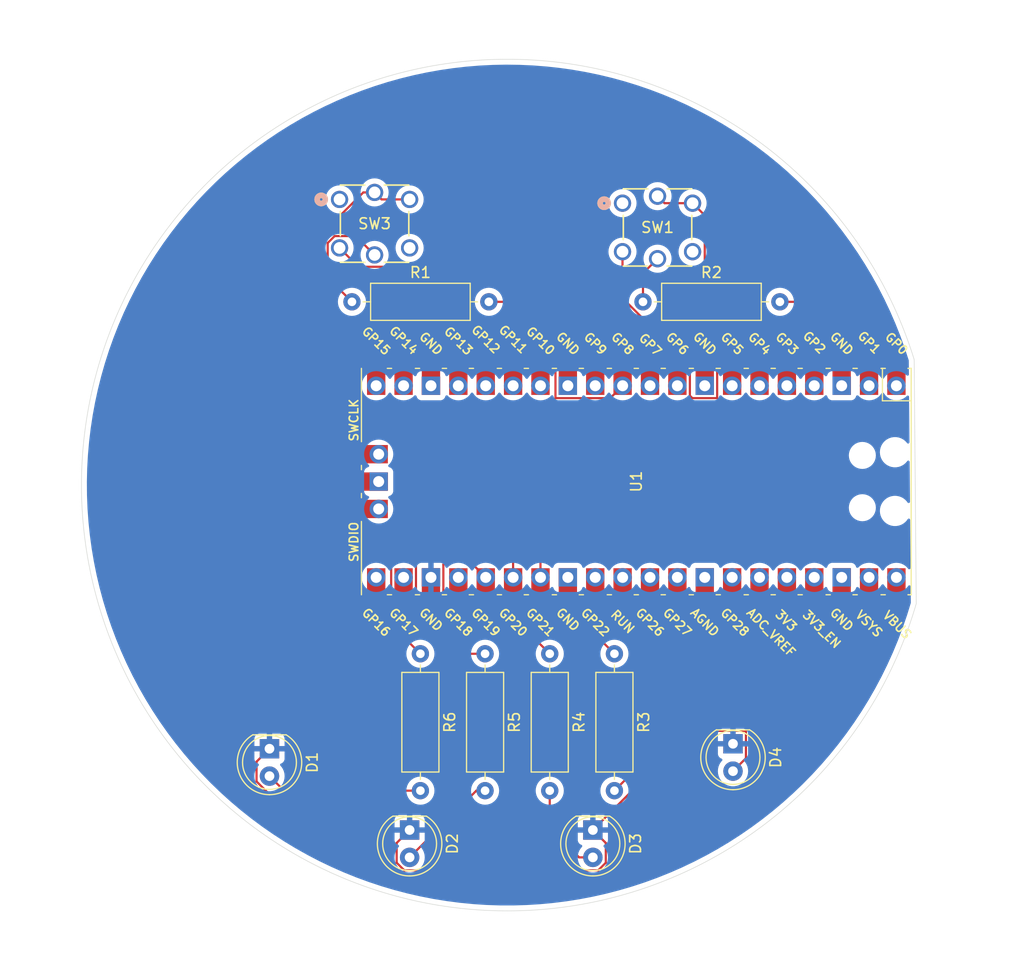
<source format=kicad_pcb>
(kicad_pcb (version 20240108) (generator "pcbnew") (generator_version "8.0")
  (layers (0 "F.Cu" signal) (31 "B.Cu" signal) (34 "B.Paste" user) (35 "F.Paste" user) (36 "B.SilkS" user "B.Silkscreen") (37 "F.SilkS" user "F.Silkscreen") (38 "B.Mask" user) (39 "F.Mask" user) (44 "Edge.Cuts" user))
  (net 0 "")
  (net 1 "GND")
  (net 2 "Net-(D1-A)")
  (net 3 "Net-(D2-A)")
  (net 4 "Net-(D3-A)")
  (net 5 "Net-(D4-A)")
  (net 6 "Net-(U1-GPIO9)")
  (net 7 "Net-(U1-GPIO18)")
  (net 8 "Net-(U1-GPIO19)")
  (net 9 "Net-(U1-GPIO20)")
  (net 10 "Net-(U1-GPIO21)")
  (net 73 "Net-(U1-GPIO2)")
  (net 76 "Net-(R1-Pad1)")
  (net 77 "Net-(U1-GPIO8)")
  (net 78 "Net-(R2-Pad1)")
  (net 79 "Net-(U1-GPIO1)")
  (net 80 "Net-(SW1-Pad2)")
  (net 83 "Net-(SW3-Pad2)")
  (footprint "Resistor_THT:R_Axial_DIN0309_L9.0mm_D3.2mm_P12.70mm_Horizontal" (layer "F.Cu") (at 142 112.65 -90)
    (property "Reference" "R5" (at 6.35 -2.72 90) (layer "F.SilkS"))
    (property "Value" "R")
    (fp_line (start 1.73 1.72) (end 10.97 1.72) (stroke (width 0.12)) (layer "F.SilkS"))
    (fp_line (start 10.97 1.72) (end 10.97 -1.72) (stroke (width 0.12)) (layer "F.SilkS"))
    (fp_line (start 1.04 0) (end 1.73 0) (stroke (width 0.12)) (layer "F.SilkS"))
    (fp_line (start 11.66 0) (end 10.97 0) (stroke (width 0.12)) (layer "F.SilkS"))
    (fp_line (start 1.73 -1.72) (end 1.73 1.72) (stroke (width 0.12)) (layer "F.SilkS"))
    (fp_line (start 10.97 -1.72) (end 1.73 -1.72) (stroke (width 0.12)) (layer "F.SilkS"))
    (pad "1" thru_hole circle (at 0 0 270) (size 1.6 1.6) (drill 0.8) (layers "*.Cu" "*.Mask") (net 9 "Net-(U1-GPIO20)"))
    (pad "2" thru_hole oval (at 12.7 0 270) (size 1.6 1.6) (drill 0.8) (layers "*.Cu" "*.Mask") (net 3 "Net-(D2-A)"))
  )
  (footprint "Resistor_THT:R_Axial_DIN0309_L9.0mm_D3.2mm_P12.70mm_Horizontal" (layer "F.Cu") (at 156.65 80)
    (property "Reference" "R2" (at 6.35 -2.72 0) (layer "F.SilkS"))
    (property "Value" "R")
    (fp_line (start 1.04 0) (end 1.73 0) (stroke (width 0.12)) (layer "F.SilkS"))
    (fp_line (start 1.73 -1.72) (end 1.73 1.72) (stroke (width 0.12)) (layer "F.SilkS"))
    (fp_line (start 1.73 1.72) (end 10.97 1.72) (stroke (width 0.12)) (layer "F.SilkS"))
    (fp_line (start 10.97 -1.72) (end 1.73 -1.72) (stroke (width 0.12)) (layer "F.SilkS"))
    (fp_line (start 10.97 1.72) (end 10.97 -1.72) (stroke (width 0.12)) (layer "F.SilkS"))
    (fp_line (start 11.66 0) (end 10.97 0) (stroke (width 0.12)) (layer "F.SilkS"))
    (pad "1" thru_hole circle (at 0 0) (size 1.6 1.6) (drill 0.8) (layers "*.Cu" "*.Mask") (net 78 "Net-(R2-Pad1)"))
    (pad "2" thru_hole oval (at 12.7 0) (size 1.6 1.6) (drill 0.8) (layers "*.Cu" "*.Mask") (net 79 "Net-(U1-GPIO1)"))
  )
  (footprint "LED_THT:LED_D5.0mm_Clear" (layer "F.Cu") (at 135 129 -90)
    (property "Reference" "D2" (at 1.27 -3.96 90) (layer "F.SilkS"))
    (property "Value" "LED")
    (fp_line (start -1.29 -1.545) (end -1.29 1.545) (stroke (width 0.12)) (layer "F.SilkS"))
    (fp_arc (start 4.26 0.000048) (mid 2.071756 2.880501) (end -1.29 1.54483) (stroke (width 0.12)) (layer "F.SilkS"))
    (fp_arc (start -1.29 -1.54483) (mid 2.071756 -2.880501) (end 4.26 -0.000048) (stroke (width 0.12)) (layer "F.SilkS"))
    (fp_circle (center 1.27 0) (end 3.77 0) (stroke (width 0.12)) (fill none) (layer "F.SilkS"))
    (pad "1" thru_hole rect (at 0 0 270) (size 1.8 1.8) (drill 0.9) (layers "*.Cu" "*.Mask") (net 1 "GND"))
    (pad "2" thru_hole circle (at 2.54 0 270) (size 1.8 1.8) (drill 0.9) (layers "*.Cu" "*.Mask") (net 3 "Net-(D2-A)"))
  )
  (footprint "Resistor_THT:R_Axial_DIN0309_L9.0mm_D3.2mm_P12.70mm_Horizontal" (layer "F.Cu") (at 129.65 80)
    (property "Reference" "R1" (at 6.35 -2.72 360) (layer "F.SilkS"))
    (property "Value" "R")
    (fp_line (start 1.04 0) (end 1.73 0) (stroke (width 0.12)) (layer "F.SilkS"))
    (fp_line (start 1.73 -1.72) (end 1.73 1.72) (stroke (width 0.12)) (layer "F.SilkS"))
    (fp_line (start 1.73 1.72) (end 10.97 1.72) (stroke (width 0.12)) (layer "F.SilkS"))
    (fp_line (start 10.97 -1.72) (end 1.73 -1.72) (stroke (width 0.12)) (layer "F.SilkS"))
    (fp_line (start 10.97 1.72) (end 10.97 -1.72) (stroke (width 0.12)) (layer "F.SilkS"))
    (fp_line (start 11.66 0) (end 10.97 0) (stroke (width 0.12)) (layer "F.SilkS"))
    (pad "1" thru_hole circle (at 0 0) (size 1.6 1.6) (drill 0.8) (layers "*.Cu" "*.Mask") (net 76 "Net-(R1-Pad1)"))
    (pad "2" thru_hole oval (at 12.7 0) (size 1.6 1.6) (drill 0.8) (layers "*.Cu" "*.Mask") (net 77 "Net-(U1-GPIO8)"))
  )
  (footprint "footprints:SW6_ILS TA180 40_CNK" (layer "F.Cu") (at 154.749999 70.85)
    (property "Reference" "SW1" (at 3.250001 2.250001 0) (layer "F.SilkS"))
    (property "Value" "ILS TA180 40")
    (fp_circle (center -1.702999 0) (end -1.321999 0) (stroke (width 0.508)) (fill none) (layer "B.SilkS"))
    (fp_line (start 0.075001 1.130355) (end 0.075001 3.369647) (stroke (width 0.1524)) (layer "F.SilkS"))
    (fp_line (start 0.075001 5.831401) (end 2.345004 5.831401) (stroke (width 0.1524)) (layer "F.SilkS"))
    (fp_line (start 2.345004 -1.331399) (end 0.075001 -1.331399) (stroke (width 0.1524)) (layer "F.SilkS"))
    (fp_line (start 4.154998 5.831401) (end 6.425001 5.831401) (stroke (width 0.1524)) (layer "F.SilkS"))
    (fp_line (start 6.425001 -1.331399) (end 4.154998 -1.331399) (stroke (width 0.1524)) (layer "F.SilkS"))
    (fp_line (start 6.425001 3.369647) (end 6.425001 1.130355) (stroke (width 0.1524)) (layer "F.SilkS"))
    (fp_circle (center -1.702999 0) (end -1.321999 0) (stroke (width 0.508)) (fill none) (layer "F.SilkS"))
    (pad "1" thru_hole circle (at 0 0) (size 1.6002 1.6002) (drill 1.0922) (layers "*.Cu" "*.Mask"))
    (pad "2" thru_hole circle (at 6.500002 0) (size 1.6002 1.6002) (drill 1.0922) (layers "*.Cu" "*.Mask") (net 80 "Net-(SW1-Pad2)"))
    (pad "3" thru_hole circle (at 0 4.500001) (size 1.6002 1.6002) (drill 1.0922) (layers "*.Cu" "*.Mask") (net 73 "Net-(U1-GPIO2)"))
    (pad "4" thru_hole circle (at 6.500002 4.500001) (size 1.6002 1.6002) (drill 1.0922) (layers "*.Cu" "*.Mask"))
    (pad "5" thru_hole circle (at 3.250001 5.15) (size 1.6002 1.6002) (drill 1.0922) (layers "*.Cu" "*.Mask") (net 78 "Net-(R2-Pad1)"))
    (pad "6" thru_hole circle (at 3.250001 -0.649999) (size 1.6002 1.6002) (drill 1.0922) (layers "*.Cu" "*.Mask") (net 80 "Net-(SW1-Pad2)"))
  )
  (footprint "MCU_RaspberryPi_and_Boards:RPi_Pico_SMD_TH" (layer "F.Cu") (at 156.03 96.675 -90)
    (property "Reference" "U1" (at 0 0 90) (layer "F.SilkS"))
    (property "Value" "Pico")
    (fp_line (start -3.7 25.5) (end -10.5 25.5) (stroke (width 0.12)) (layer "F.SilkS"))
    (fp_line (start -1.5 25.5) (end -1.1 25.5) (stroke (width 0.12)) (layer "F.SilkS"))
    (fp_line (start 1.1 25.5) (end 1.5 25.5) (stroke (width 0.12)) (layer "F.SilkS"))
    (fp_line (start 10.5 25.5) (end 3.7 25.5) (stroke (width 0.12)) (layer "F.SilkS"))
    (fp_line (start -10.5 22.7) (end -10.5 23.1) (stroke (width 0.12)) (layer "F.SilkS"))
    (fp_line (start 10.5 22.7) (end 10.5 23.1) (stroke (width 0.12)) (layer "F.SilkS"))
    (fp_line (start -10.5 20.1) (end -10.5 20.5) (stroke (width 0.12)) (layer "F.SilkS"))
    (fp_line (start 10.5 20.1) (end 10.5 20.5) (stroke (width 0.12)) (layer "F.SilkS"))
    (fp_line (start -10.5 17.6) (end -10.5 18) (stroke (width 0.12)) (layer "F.SilkS"))
    (fp_line (start 10.5 17.6) (end 10.5 18) (stroke (width 0.12)) (layer "F.SilkS"))
    (fp_line (start -10.5 15.1) (end -10.5 15.5) (stroke (width 0.12)) (layer "F.SilkS"))
    (fp_line (start 10.5 15.1) (end 10.5 15.5) (stroke (width 0.12)) (layer "F.SilkS"))
    (fp_line (start -10.5 12.5) (end -10.5 12.9) (stroke (width 0.12)) (layer "F.SilkS"))
    (fp_line (start 10.5 12.5) (end 10.5 12.9) (stroke (width 0.12)) (layer "F.SilkS"))
    (fp_line (start -10.5 10) (end -10.5 10.4) (stroke (width 0.12)) (layer "F.SilkS"))
    (fp_line (start 10.5 10) (end 10.5 10.4) (stroke (width 0.12)) (layer "F.SilkS"))
    (fp_line (start -10.5 7.4) (end -10.5 7.8) (stroke (width 0.12)) (layer "F.SilkS"))
    (fp_line (start 10.5 7.4) (end 10.5 7.8) (stroke (width 0.12)) (layer "F.SilkS"))
    (fp_line (start -10.5 4.9) (end -10.5 5.3) (stroke (width 0.12)) (layer "F.SilkS"))
    (fp_line (start 10.5 4.9) (end 10.5 5.3) (stroke (width 0.12)) (layer "F.SilkS"))
    (fp_line (start -10.5 2.3) (end -10.5 2.7) (stroke (width 0.12)) (layer "F.SilkS"))
    (fp_line (start 10.5 2.3) (end 10.5 2.7) (stroke (width 0.12)) (layer "F.SilkS"))
    (fp_line (start -10.5 -0.2) (end -10.5 0.2) (stroke (width 0.12)) (layer "F.SilkS"))
    (fp_line (start 10.5 -0.2) (end 10.5 0.2) (stroke (width 0.12)) (layer "F.SilkS"))
    (fp_line (start -10.5 -2.7) (end -10.5 -2.3) (stroke (width 0.12)) (layer "F.SilkS"))
    (fp_line (start 10.5 -2.7) (end 10.5 -2.3) (stroke (width 0.12)) (layer "F.SilkS"))
    (fp_line (start -10.5 -5.3) (end -10.5 -4.9) (stroke (width 0.12)) (layer "F.SilkS"))
    (fp_line (start 10.5 -5.3) (end 10.5 -4.9) (stroke (width 0.12)) (layer "F.SilkS"))
    (fp_line (start -10.5 -7.8) (end -10.5 -7.4) (stroke (width 0.12)) (layer "F.SilkS"))
    (fp_line (start 10.5 -7.8) (end 10.5 -7.4) (stroke (width 0.12)) (layer "F.SilkS"))
    (fp_line (start -10.5 -10.4) (end -10.5 -10) (stroke (width 0.12)) (layer "F.SilkS"))
    (fp_line (start 10.5 -10.4) (end 10.5 -10) (stroke (width 0.12)) (layer "F.SilkS"))
    (fp_line (start -10.5 -12.9) (end -10.5 -12.5) (stroke (width 0.12)) (layer "F.SilkS"))
    (fp_line (start 10.5 -12.9) (end 10.5 -12.5) (stroke (width 0.12)) (layer "F.SilkS"))
    (fp_line (start -10.5 -15.4) (end -10.5 -15) (stroke (width 0.12)) (layer "F.SilkS"))
    (fp_line (start 10.5 -15.4) (end 10.5 -15) (stroke (width 0.12)) (layer "F.SilkS"))
    (fp_line (start -10.5 -18) (end -10.5 -17.6) (stroke (width 0.12)) (layer "F.SilkS"))
    (fp_line (start 10.5 -18) (end 10.5 -17.6) (stroke (width 0.12)) (layer "F.SilkS"))
    (fp_line (start -10.5 -20.5) (end -10.5 -20.1) (stroke (width 0.12)) (layer "F.SilkS"))
    (fp_line (start 10.5 -20.5) (end 10.5 -20.1) (stroke (width 0.12)) (layer "F.SilkS"))
    (fp_line (start -10.5 -22.833) (end -7.493 -22.833) (stroke (width 0.12)) (layer "F.SilkS"))
    (fp_line (start -7.493 -22.833) (end -7.493 -25.5) (stroke (width 0.12)) (layer "F.SilkS"))
    (fp_line (start -10.5 -23.1) (end -10.5 -22.7) (stroke (width 0.12)) (layer "F.SilkS"))
    (fp_line (start 10.5 -23.1) (end 10.5 -22.7) (stroke (width 0.12)) (layer "F.SilkS"))
    (fp_line (start -10.5 -25.5) (end -10.5 -25.2) (stroke (width 0.12)) (layer "F.SilkS"))
    (fp_line (start -10.5 -25.5) (end 10.5 -25.5) (stroke (width 0.12)) (layer "F.SilkS"))
    (fp_line (start 10.5 -25.5) (end 10.5 -25.2) (stroke (width 0.12)) (layer "F.SilkS"))
    (fp_text user "GP17" (at 13.054 21.59 135) (layer "F.SilkS") (effects (font (size 0.8 0.8))))
    (fp_text user "GP28" (at 13.054 -9.144 135) (layer "F.SilkS") (effects (font (size 0.8 0.8))))
    (fp_text user "GP7" (at -12.7 -1.3 135) (layer "F.SilkS") (effects (font (size 0.8 0.8))))
    (fp_text user "GP6" (at -12.8 -3.81 135) (layer "F.SilkS") (effects (font (size 0.8 0.8))))
    (fp_text user "GND" (at -12.8 -19.05 135) (layer "F.SilkS") (effects (font (size 0.8 0.8))))
    (fp_text user "GP12" (at -13.2 13.97 135) (layer "F.SilkS") (effects (font (size 0.8 0.8))))
    (fp_text user "GP11" (at -13.2 11.43 135) (layer "F.SilkS") (effects (font (size 0.8 0.8))))
    (fp_text user "GP14" (at -13.1 21.59 135) (layer "F.SilkS") (effects (font (size 0.8 0.8))))
    (fp_text user "SWDIO" (at 5.6 26.2 90) (layer "F.SilkS") (effects (font (size 0.8 0.8))))
    (fp_text user "GP20" (at 13.054 11.43 135) (layer "F.SilkS") (effects (font (size 0.8 0.8))))
    (fp_text user "GP8" (at -12.8 1.27 135) (layer "F.SilkS") (effects (font (size 0.8 0.8))))
    (fp_text user "GP13" (at -13.054 16.51 135) (layer "F.SilkS") (effects (font (size 0.8 0.8))))
    (fp_text user "3V3_EN" (at 13.7 -17.2 135) (layer "F.SilkS") (effects (font (size 0.8 0.8))))
    (fp_text user "GND" (at -12.8 6.35 135) (layer "F.SilkS") (effects (font (size 0.8 0.8))))
    (fp_text user "AGND" (at 13.054 -6.35 135) (layer "F.SilkS") (effects (font (size 0.8 0.8))))
    (fp_text user "GP27" (at 13.054 -3.8 135) (layer "F.SilkS") (effects (font (size 0.8 0.8))))
    (fp_text user "ADC_VREF" (at 14 -12.5 135) (layer "F.SilkS") (effects (font (size 0.8 0.8))))
    (fp_text user "GP18" (at 13.054 16.51 135) (layer "F.SilkS") (effects (font (size 0.8 0.8))))
    (fp_text user "GP4" (at -12.8 -11.43 135) (layer "F.SilkS") (effects (font (size 0.8 0.8))))
    (fp_text user "GP9" (at -12.8 3.81 135) (layer "F.SilkS") (effects (font (size 0.8 0.8))))
    (fp_text user "GND" (at 12.8 -19.05 135) (layer "F.SilkS") (effects (font (size 0.8 0.8))))
    (fp_text user "GP16" (at 13.054 24.13 135) (layer "F.SilkS") (effects (font (size 0.8 0.8))))
    (fp_text user "GP0" (at -12.8 -24.13 135) (layer "F.SilkS") (effects (font (size 0.8 0.8))))
    (fp_text user "GND" (at -12.8 -6.35 135) (layer "F.SilkS") (effects (font (size 0.8 0.8))))
    (fp_text user "RUN" (at 13 1.27 135) (layer "F.SilkS") (effects (font (size 0.8 0.8))))
    (fp_text user "GP22" (at 13.054 3.81 135) (layer "F.SilkS") (effects (font (size 0.8 0.8))))
    (fp_text user "GP5" (at -12.8 -8.89 135) (layer "F.SilkS") (effects (font (size 0.8 0.8))))
    (fp_text user "GP3" (at -12.8 -13.97 135) (layer "F.SilkS") (effects (font (size 0.8 0.8))))
    (fp_text user "GP21" (at 13.054 8.9 135) (layer "F.SilkS") (effects (font (size 0.8 0.8))))
    (fp_text user "GP10" (at -13.054 8.89 135) (layer "F.SilkS") (effects (font (size 0.8 0.8))))
    (fp_text user "GP15" (at -13.054 24.13 135) (layer "F.SilkS") (effects (font (size 0.8 0.8))))
    (fp_text user "VBUS" (at 13.3 -24.2 135) (layer "F.SilkS") (effects (font (size 0.8 0.8))))
    (fp_text user "GND" (at 12.8 6.35 135) (layer "F.SilkS") (effects (font (size 0.8 0.8))))
    (fp_text user "SWCLK" (at -5.7 26.2 90) (layer "F.SilkS") (effects (font (size 0.8 0.8))))
    (fp_text user "GP26" (at 13.054 -1.27 135) (layer "F.SilkS") (effects (font (size 0.8 0.8))))
    (fp_text user "GP1" (at -12.9 -21.6 135) (layer "F.SilkS") (effects (font (size 0.8 0.8))))
    (fp_text user "GP19" (at 13.054 13.97 135) (layer "F.SilkS") (effects (font (size 0.8 0.8))))
    (fp_text user "3V3" (at 12.9 -13.9 135) (layer "F.SilkS") (effects (font (size 0.8 0.8))))
    (fp_text user "GP2" (at -12.9 -16.51 135) (layer "F.SilkS") (effects (font (size 0.8 0.8))))
    (fp_text user "VSYS" (at 13.2 -21.59 135) (layer "F.SilkS") (effects (font (size 0.8 0.8))))
    (fp_text user "GND" (at 12.8 19.05 135) (layer "F.SilkS") (effects (font (size 0.8 0.8))))
    (fp_text user "GND" (at -12.8 19.05 135) (layer "F.SilkS") (effects (font (size 0.8 0.8))))
    (pad "" np_thru_hole oval (at -2.725 -24 270) (size 1.8 1.8) (drill 1.8) (layers "*.Cu" "*.Mask"))
    (pad "" np_thru_hole oval (at -2.425 -20.97 270) (size 1.5 1.5) (drill 1.5) (layers "*.Cu" "*.Mask"))
    (pad "" np_thru_hole oval (at 2.425 -20.97 270) (size 1.5 1.5) (drill 1.5) (layers "*.Cu" "*.Mask"))
    (pad "" np_thru_hole oval (at 2.725 -24 270) (size 1.8 1.8) (drill 1.8) (layers "*.Cu" "*.Mask"))
    (pad "1" thru_hole oval (at -8.89 -24.13 270) (size 1.7 1.7) (drill 1.02) (layers "*.Cu" "*.Mask"))
    (pad "1" smd rect (at -8.89 -24.13 270) (size 3.5 1.7) (drill (offset -0.9 0)) (layers "F.Cu" "F.Mask"))
    (pad "2" thru_hole oval (at -8.89 -21.59 270) (size 1.7 1.7) (drill 1.02) (layers "*.Cu" "*.Mask") (net 79 "Net-(U1-GPIO1)"))
    (pad "2" smd rect (at -8.89 -21.59 270) (size 3.5 1.7) (drill (offset -0.9 0)) (layers "F.Cu" "F.Mask") (net 79 "Net-(U1-GPIO1)"))
    (pad "3" thru_hole rect (at -8.89 -19.05 270) (size 1.7 1.7) (drill 1.02) (layers "*.Cu" "*.Mask"))
    (pad "3" smd rect (at -8.89 -19.05 270) (size 3.5 1.7) (drill (offset -0.9 0)) (layers "F.Cu" "F.Mask"))
    (pad "4" thru_hole oval (at -8.89 -16.51 270) (size 1.7 1.7) (drill 1.02) (layers "*.Cu" "*.Mask") (net 73 "Net-(U1-GPIO2)"))
    (pad "4" smd rect (at -8.89 -16.51 270) (size 3.5 1.7) (drill (offset -0.9 0)) (layers "F.Cu" "F.Mask") (net 73 "Net-(U1-GPIO2)"))
    (pad "5" thru_hole oval (at -8.89 -13.97 270) (size 1.7 1.7) (drill 1.02) (layers "*.Cu" "*.Mask"))
    (pad "5" smd rect (at -8.89 -13.97 270) (size 3.5 1.7) (drill (offset -0.9 0)) (layers "F.Cu" "F.Mask"))
    (pad "6" thru_hole oval (at -8.89 -11.43 270) (size 1.7 1.7) (drill 1.02) (layers "*.Cu" "*.Mask"))
    (pad "6" smd rect (at -8.89 -11.43 270) (size 3.5 1.7) (drill (offset -0.9 0)) (layers "F.Cu" "F.Mask"))
    (pad "7" thru_hole oval (at -8.89 -8.89 270) (size 1.7 1.7) (drill 1.02) (layers "*.Cu" "*.Mask"))
    (pad "7" smd rect (at -8.89 -8.89 270) (size 3.5 1.7) (drill (offset -0.9 0)) (layers "F.Cu" "F.Mask"))
    (pad "8" thru_hole rect (at -8.89 -6.35 270) (size 1.7 1.7) (drill 1.02) (layers "*.Cu" "*.Mask") (net 80 "Net-(SW1-Pad2)"))
    (pad "8" smd rect (at -8.89 -6.35 270) (size 3.5 1.7) (drill (offset -0.9 0)) (layers "F.Cu" "F.Mask") (net 80 "Net-(SW1-Pad2)"))
    (pad "9" thru_hole oval (at -8.89 -3.81 270) (size 1.7 1.7) (drill 1.02) (layers "*.Cu" "*.Mask"))
    (pad "9" smd rect (at -8.89 -3.81 270) (size 3.5 1.7) (drill (offset -0.9 0)) (layers "F.Cu" "F.Mask"))
    (pad "10" thru_hole oval (at -8.89 -1.27 270) (size 1.7 1.7) (drill 1.02) (layers "*.Cu" "*.Mask"))
    (pad "10" smd rect (at -8.89 -1.27 270) (size 3.5 1.7) (drill (offset -0.9 0)) (layers "F.Cu" "F.Mask"))
    (pad "11" thru_hole oval (at -8.89 1.27 270) (size 1.7 1.7) (drill 1.02) (layers "*.Cu" "*.Mask") (net 77 "Net-(U1-GPIO8)"))
    (pad "11" smd rect (at -8.89 1.27 270) (size 3.5 1.7) (drill (offset -0.9 0)) (layers "F.Cu" "F.Mask") (net 77 "Net-(U1-GPIO8)"))
    (pad "12" thru_hole oval (at -8.89 3.81 270) (size 1.7 1.7) (drill 1.02) (layers "*.Cu" "*.Mask") (net 6 "Net-(U1-GPIO9)"))
    (pad "12" smd rect (at -8.89 3.81 270) (size 3.5 1.7) (drill (offset -0.9 0)) (layers "F.Cu" "F.Mask") (net 6 "Net-(U1-GPIO9)"))
    (pad "13" thru_hole rect (at -8.89 6.35 270) (size 1.7 1.7) (drill 1.02) (layers "*.Cu" "*.Mask"))
    (pad "13" smd rect (at -8.89 6.35 270) (size 3.5 1.7) (drill (offset -0.9 0)) (layers "F.Cu" "F.Mask"))
    (pad "14" thru_hole oval (at -8.89 8.89 270) (size 1.7 1.7) (drill 1.02) (layers "*.Cu" "*.Mask"))
    (pad "14" smd rect (at -8.89 8.89 270) (size 3.5 1.7) (drill (offset -0.9 0)) (layers "F.Cu" "F.Mask"))
    (pad "15" thru_hole oval (at -8.89 11.43 270) (size 1.7 1.7) (drill 1.02) (layers "*.Cu" "*.Mask"))
    (pad "15" smd rect (at -8.89 11.43 270) (size 3.5 1.7) (drill (offset -0.9 0)) (layers "F.Cu" "F.Mask"))
    (pad "16" thru_hole oval (at -8.89 13.97 270) (size 1.7 1.7) (drill 1.02) (layers "*.Cu" "*.Mask"))
    (pad "16" smd rect (at -8.89 13.97 270) (size 3.5 1.7) (drill (offset -0.9 0)) (layers "F.Cu" "F.Mask"))
    (pad "17" thru_hole oval (at -8.89 16.51 270) (size 1.7 1.7) (drill 1.02) (layers "*.Cu" "*.Mask"))
    (pad "17" smd rect (at -8.89 16.51 270) (size 3.5 1.7) (drill (offset -0.9 0)) (layers "F.Cu" "F.Mask"))
    (pad "18" thru_hole rect (at -8.89 19.05 270) (size 1.7 1.7) (drill 1.02) (layers "*.Cu" "*.Mask") (net 83 "Net-(SW3-Pad2)"))
    (pad "18" smd rect (at -8.89 19.05 270) (size 3.5 1.7) (drill (offset -0.9 0)) (layers "F.Cu" "F.Mask") (net 83 "Net-(SW3-Pad2)"))
    (pad "19" thru_hole oval (at -8.89 21.59 270) (size 1.7 1.7) (drill 1.02) (layers "*.Cu" "*.Mask"))
    (pad "19" smd rect (at -8.89 21.59 270) (size 3.5 1.7) (drill (offset -0.9 0)) (layers "F.Cu" "F.Mask"))
    (pad "20" thru_hole oval (at -8.89 24.13 270) (size 1.7 1.7) (drill 1.02) (layers "*.Cu" "*.Mask"))
    (pad "20" smd rect (at -8.89 24.13 270) (size 3.5 1.7) (drill (offset -0.9 0)) (layers "F.Cu" "F.Mask"))
    (pad "21" thru_hole oval (at 8.89 24.13 270) (size 1.7 1.7) (drill 1.02) (layers "*.Cu" "*.Mask"))
    (pad "21" smd rect (at 8.89 24.13 270) (size 3.5 1.7) (drill (offset 0.9 0)) (layers "F.Cu" "F.Mask"))
    (pad "22" thru_hole oval (at 8.89 21.59 270) (size 1.7 1.7) (drill 1.02) (layers "*.Cu" "*.Mask"))
    (pad "22" smd rect (at 8.89 21.59 270) (size 3.5 1.7) (drill (offset 0.9 0)) (layers "F.Cu" "F.Mask"))
    (pad "23" thru_hole rect (at 8.89 19.05 270) (size 1.7 1.7) (drill 1.02) (layers "*.Cu" "*.Mask") (net 1 "GND"))
    (pad "23" smd rect (at 8.89 19.05 270) (size 3.5 1.7) (drill (offset 0.9 0)) (layers "F.Cu" "F.Mask") (net 1 "GND"))
    (pad "24" thru_hole oval (at 8.89 16.51 270) (size 1.7 1.7) (drill 1.02) (layers "*.Cu" "*.Mask") (net 7 "Net-(U1-GPIO18)"))
    (pad "24" smd rect (at 8.89 16.51 270) (size 3.5 1.7) (drill (offset 0.9 0)) (layers "F.Cu" "F.Mask") (net 7 "Net-(U1-GPIO18)"))
    (pad "25" thru_hole oval (at 8.89 13.97 270) (size 1.7 1.7) (drill 1.02) (layers "*.Cu" "*.Mask") (net 8 "Net-(U1-GPIO19)"))
    (pad "25" smd rect (at 8.89 13.97 270) (size 3.5 1.7) (drill (offset 0.9 0)) (layers "F.Cu" "F.Mask") (net 8 "Net-(U1-GPIO19)"))
    (pad "26" thru_hole oval (at 8.89 11.43 270) (size 1.7 1.7) (drill 1.02) (layers "*.Cu" "*.Mask") (net 9 "Net-(U1-GPIO20)"))
    (pad "26" smd rect (at 8.89 11.43 270) (size 3.5 1.7) (drill (offset 0.9 0)) (layers "F.Cu" "F.Mask") (net 9 "Net-(U1-GPIO20)"))
    (pad "27" thru_hole oval (at 8.89 8.89 270) (size 1.7 1.7) (drill 1.02) (layers "*.Cu" "*.Mask") (net 10 "Net-(U1-GPIO21)"))
    (pad "27" smd rect (at 8.89 8.89 270) (size 3.5 1.7) (drill (offset 0.9 0)) (layers "F.Cu" "F.Mask") (net 10 "Net-(U1-GPIO21)"))
    (pad "28" thru_hole rect (at 8.89 6.35 270) (size 1.7 1.7) (drill 1.02) (layers "*.Cu" "*.Mask"))
    (pad "28" smd rect (at 8.89 6.35 270) (size 3.5 1.7) (drill (offset 0.9 0)) (layers "F.Cu" "F.Mask"))
    (pad "29" thru_hole oval (at 8.89 3.81 270) (size 1.7 1.7) (drill 1.02) (layers "*.Cu" "*.Mask"))
    (pad "29" smd rect (at 8.89 3.81 270) (size 3.5 1.7) (drill (offset 0.9 0)) (layers "F.Cu" "F.Mask"))
    (pad "30" thru_hole oval (at 8.89 1.27 270) (size 1.7 1.7) (drill 1.02) (layers "*.Cu" "*.Mask"))
    (pad "30" smd rect (at 8.89 1.27 270) (size 3.5 1.7) (drill (offset 0.9 0)) (layers "F.Cu" "F.Mask"))
    (pad "31" thru_hole oval (at 8.89 -1.27 270) (size 1.7 1.7) (drill 1.02) (layers "*.Cu" "*.Mask"))
    (pad "31" smd rect (at 8.89 -1.27 270) (size 3.5 1.7) (drill (offset 0.9 0)) (layers "F.Cu" "F.Mask"))
    (pad "32" thru_hole oval (at 8.89 -3.81 270) (size 1.7 1.7) (drill 1.02) (layers "*.Cu" "*.Mask"))
    (pad "32" smd rect (at 8.89 -3.81 270) (size 3.5 1.7) (drill (offset 0.9 0)) (layers "F.Cu" "F.Mask"))
    (pad "33" thru_hole rect (at 8.89 -6.35 270) (size 1.7 1.7) (drill 1.02) (layers "*.Cu" "*.Mask"))
    (pad "33" smd rect (at 8.89 -6.35 270) (size 3.5 1.7) (drill (offset 0.9 0)) (layers "F.Cu" "F.Mask"))
    (pad "34" thru_hole oval (at 8.89 -8.89 270) (size 1.7 1.7) (drill 1.02) (layers "*.Cu" "*.Mask"))
    (pad "34" smd rect (at 8.89 -8.89 270) (size 3.5 1.7) (drill (offset 0.9 0)) (layers "F.Cu" "F.Mask"))
    (pad "35" thru_hole oval (at 8.89 -11.43 270) (size 1.7 1.7) (drill 1.02) (layers "*.Cu" "*.Mask"))
    (pad "35" smd rect (at 8.89 -11.43 270) (size 3.5 1.7) (drill (offset 0.9 0)) (layers "F.Cu" "F.Mask"))
    (pad "36" thru_hole oval (at 8.89 -13.97 270) (size 1.7 1.7) (drill 1.02) (layers "*.Cu" "*.Mask"))
    (pad "36" smd rect (at 8.89 -13.97 270) (size 3.5 1.7) (drill (offset 0.9 0)) (layers "F.Cu" "F.Mask"))
    (pad "37" thru_hole oval (at 8.89 -16.51 270) (size 1.7 1.7) (drill 1.02) (layers "*.Cu" "*.Mask"))
    (pad "37" smd rect (at 8.89 -16.51 270) (size 3.5 1.7) (drill (offset 0.9 0)) (layers "F.Cu" "F.Mask"))
    (pad "38" thru_hole rect (at 8.89 -19.05 270) (size 1.7 1.7) (drill 1.02) (layers "*.Cu" "*.Mask"))
    (pad "38" smd rect (at 8.89 -19.05 270) (size 3.5 1.7) (drill (offset 0.9 0)) (layers "F.Cu" "F.Mask"))
    (pad "39" thru_hole oval (at 8.89 -21.59 270) (size 1.7 1.7) (drill 1.02) (layers "*.Cu" "*.Mask"))
    (pad "39" smd rect (at 8.89 -21.59 270) (size 3.5 1.7) (drill (offset 0.9 0)) (layers "F.Cu" "F.Mask"))
    (pad "40" thru_hole oval (at 8.89 -24.13 270) (size 1.7 1.7) (drill 1.02) (layers "*.Cu" "*.Mask"))
    (pad "40" smd rect (at 8.89 -24.13 270) (size 3.5 1.7) (drill (offset 0.9 0)) (layers "F.Cu" "F.Mask"))
    (pad "41" thru_hole oval (at -2.54 23.9 270) (size 1.7 1.7) (drill 1.02) (layers "*.Cu" "*.Mask"))
    (pad "41" smd rect (at -2.54 23.9) (size 3.5 1.7) (drill (offset -0.9 0)) (layers "F.Cu" "F.Mask"))
    (pad "42" thru_hole rect (at 0 23.9 270) (size 1.7 1.7) (drill 1.02) (layers "*.Cu" "*.Mask"))
    (pad "42" smd rect (at 0 23.9) (size 3.5 1.7) (drill (offset -0.9 0)) (layers "F.Cu" "F.Mask"))
    (pad "43" thru_hole oval (at 2.54 23.9 270) (size 1.7 1.7) (drill 1.02) (layers "*.Cu" "*.Mask"))
    (pad "43" smd rect (at 2.54 23.9) (size 3.5 1.7) (drill (offset -0.9 0)) (layers "F.Cu" "F.Mask"))
  )
  (footprint "LED_THT:LED_D5.0mm_Clear" (layer "F.Cu") (at 165 121 -90)
    (property "Reference" "D4" (at 1.27 -3.96 90) (layer "F.SilkS"))
    (property "Value" "LED")
    (fp_line (start -1.29 -1.545) (end -1.29 1.545) (stroke (width 0.12)) (layer "F.SilkS"))
    (fp_arc (start 4.26 0.000048) (mid 2.071756 2.880501) (end -1.29 1.54483) (stroke (width 0.12)) (layer "F.SilkS"))
    (fp_arc (start -1.29 -1.54483) (mid 2.071756 -2.880501) (end 4.26 -0.000048) (stroke (width 0.12)) (layer "F.SilkS"))
    (fp_circle (center 1.27 0) (end 3.77 0) (stroke (width 0.12)) (fill none) (layer "F.SilkS"))
    (pad "1" thru_hole rect (at 0 0 270) (size 1.8 1.8) (drill 0.9) (layers "*.Cu" "*.Mask") (net 1 "GND"))
    (pad "2" thru_hole circle (at 2.54 0 270) (size 1.8 1.8) (drill 0.9) (layers "*.Cu" "*.Mask") (net 5 "Net-(D4-A)"))
  )
  (footprint "Resistor_THT:R_Axial_DIN0309_L9.0mm_D3.2mm_P12.70mm_Horizontal" (layer "F.Cu") (at 136 112.65 -90)
    (property "Reference" "R6" (at 6.35 -2.72 90) (layer "F.SilkS"))
    (property "Value" "R")
    (fp_line (start 1.73 1.72) (end 10.97 1.72) (stroke (width 0.12)) (layer "F.SilkS"))
    (fp_line (start 10.97 1.72) (end 10.97 -1.72) (stroke (width 0.12)) (layer "F.SilkS"))
    (fp_line (start 1.04 0) (end 1.73 0) (stroke (width 0.12)) (layer "F.SilkS"))
    (fp_line (start 11.66 0) (end 10.97 0) (stroke (width 0.12)) (layer "F.SilkS"))
    (fp_line (start 1.73 -1.72) (end 1.73 1.72) (stroke (width 0.12)) (layer "F.SilkS"))
    (fp_line (start 10.97 -1.72) (end 1.73 -1.72) (stroke (width 0.12)) (layer "F.SilkS"))
    (pad "1" thru_hole circle (at 0 0 270) (size 1.6 1.6) (drill 0.8) (layers "*.Cu" "*.Mask") (net 10 "Net-(U1-GPIO21)"))
    (pad "2" thru_hole oval (at 12.7 0 270) (size 1.6 1.6) (drill 0.8) (layers "*.Cu" "*.Mask") (net 2 "Net-(D1-A)"))
  )
  (footprint "footprints:SW6_ILS TA180 40_CNK" (layer "F.Cu") (at 128.499998 70.499999)
    (property "Reference" "SW3" (at 3.250001 2.250001 0) (layer "F.SilkS"))
    (property "Value" "ILS TA180 40")
    (fp_circle (center -1.702999 0) (end -1.321999 0) (stroke (width 0.508)) (fill none) (layer "B.SilkS"))
    (fp_line (start 0.075001 1.130355) (end 0.075001 3.369647) (stroke (width 0.1524)) (layer "F.SilkS"))
    (fp_line (start 0.075001 5.831401) (end 2.345004 5.831401) (stroke (width 0.1524)) (layer "F.SilkS"))
    (fp_line (start 2.345004 -1.331399) (end 0.075001 -1.331399) (stroke (width 0.1524)) (layer "F.SilkS"))
    (fp_line (start 4.154998 5.831401) (end 6.425001 5.831401) (stroke (width 0.1524)) (layer "F.SilkS"))
    (fp_line (start 6.425001 -1.331399) (end 4.154998 -1.331399) (stroke (width 0.1524)) (layer "F.SilkS"))
    (fp_line (start 6.425001 3.369647) (end 6.425001 1.130355) (stroke (width 0.1524)) (layer "F.SilkS"))
    (fp_circle (center -1.702999 0) (end -1.321999 0) (stroke (width 0.508)) (fill none) (layer "F.SilkS"))
    (pad "1" thru_hole circle (at 0 0) (size 1.6002 1.6002) (drill 1.0922) (layers "*.Cu" "*.Mask"))
    (pad "2" thru_hole circle (at 6.500002 0) (size 1.6002 1.6002) (drill 1.0922) (layers "*.Cu" "*.Mask") (net 83 "Net-(SW3-Pad2)"))
    (pad "3" thru_hole circle (at 0 4.500001) (size 1.6002 1.6002) (drill 1.0922) (layers "*.Cu" "*.Mask") (net 6 "Net-(U1-GPIO9)"))
    (pad "4" thru_hole circle (at 6.500002 4.500001) (size 1.6002 1.6002) (drill 1.0922) (layers "*.Cu" "*.Mask"))
    (pad "5" thru_hole circle (at 3.250001 5.15) (size 1.6002 1.6002) (drill 1.0922) (layers "*.Cu" "*.Mask") (net 76 "Net-(R1-Pad1)"))
    (pad "6" thru_hole circle (at 3.250001 -0.649999) (size 1.6002 1.6002) (drill 1.0922) (layers "*.Cu" "*.Mask") (net 83 "Net-(SW3-Pad2)"))
  )
  (footprint "Resistor_THT:R_Axial_DIN0309_L9.0mm_D3.2mm_P12.70mm_Horizontal" (layer "F.Cu") (at 154 112.65 -90)
    (property "Reference" "R3" (at 6.35 -2.72 90) (layer "F.SilkS"))
    (property "Value" "R")
    (fp_line (start 1.73 1.72) (end 10.97 1.72) (stroke (width 0.12)) (layer "F.SilkS"))
    (fp_line (start 10.97 1.72) (end 10.97 -1.72) (stroke (width 0.12)) (layer "F.SilkS"))
    (fp_line (start 1.04 0) (end 1.73 0) (stroke (width 0.12)) (layer "F.SilkS"))
    (fp_line (start 11.66 0) (end 10.97 0) (stroke (width 0.12)) (layer "F.SilkS"))
    (fp_line (start 1.73 -1.72) (end 1.73 1.72) (stroke (width 0.12)) (layer "F.SilkS"))
    (fp_line (start 10.97 -1.72) (end 1.73 -1.72) (stroke (width 0.12)) (layer "F.SilkS"))
    (pad "1" thru_hole circle (at 0 0 270) (size 1.6 1.6) (drill 0.8) (layers "*.Cu" "*.Mask") (net 7 "Net-(U1-GPIO18)"))
    (pad "2" thru_hole oval (at 12.7 0 270) (size 1.6 1.6) (drill 0.8) (layers "*.Cu" "*.Mask") (net 5 "Net-(D4-A)"))
  )
  (footprint "Resistor_THT:R_Axial_DIN0309_L9.0mm_D3.2mm_P12.70mm_Horizontal" (layer "F.Cu") (at 148 112.65 -90)
    (property "Reference" "R4" (at 6.35 -2.72 90) (layer "F.SilkS"))
    (property "Value" "R")
    (fp_line (start 1.73 1.72) (end 10.97 1.72) (stroke (width 0.12)) (layer "F.SilkS"))
    (fp_line (start 10.97 1.72) (end 10.97 -1.72) (stroke (width 0.12)) (layer "F.SilkS"))
    (fp_line (start 1.04 0) (end 1.73 0) (stroke (width 0.12)) (layer "F.SilkS"))
    (fp_line (start 11.66 0) (end 10.97 0) (stroke (width 0.12)) (layer "F.SilkS"))
    (fp_line (start 1.73 -1.72) (end 1.73 1.72) (stroke (width 0.12)) (layer "F.SilkS"))
    (fp_line (start 10.97 -1.72) (end 1.73 -1.72) (stroke (width 0.12)) (layer "F.SilkS"))
    (pad "1" thru_hole circle (at 0 0 270) (size 1.6 1.6) (drill 0.8) (layers "*.Cu" "*.Mask") (net 8 "Net-(U1-GPIO19)"))
    (pad "2" thru_hole oval (at 12.7 0 270) (size 1.6 1.6) (drill 0.8) (layers "*.Cu" "*.Mask") (net 4 "Net-(D3-A)"))
  )
  (footprint "LED_THT:LED_D5.0mm_Clear" (layer "F.Cu") (at 152 129 -90)
    (property "Reference" "D3" (at 1.27 -3.96 90) (layer "F.SilkS"))
    (property "Value" "LED")
    (fp_line (start -1.29 -1.545) (end -1.29 1.545) (stroke (width 0.12)) (layer "F.SilkS"))
    (fp_arc (start 4.26 0.000048) (mid 2.071756 2.880501) (end -1.29 1.54483) (stroke (width 0.12)) (layer "F.SilkS"))
    (fp_arc (start -1.29 -1.54483) (mid 2.071756 -2.880501) (end 4.26 -0.000048) (stroke (width 0.12)) (layer "F.SilkS"))
    (fp_circle (center 1.27 0) (end 3.77 0) (stroke (width 0.12)) (fill none) (layer "F.SilkS"))
    (pad "1" thru_hole rect (at 0 0 270) (size 1.8 1.8) (drill 0.9) (layers "*.Cu" "*.Mask") (net 1 "GND"))
    (pad "2" thru_hole circle (at 2.54 0 270) (size 1.8 1.8) (drill 0.9) (layers "*.Cu" "*.Mask") (net 4 "Net-(D3-A)"))
  )
  (footprint "LED_THT:LED_D5.0mm_Clear" (layer "F.Cu") (at 122 121.46 -90)
    (property "Reference" "D1" (at 1.27 -3.96 90) (layer "F.SilkS"))
    (property "Value" "LED")
    (fp_line (start -1.29 -1.545) (end -1.29 1.545) (stroke (width 0.12)) (layer "F.SilkS"))
    (fp_arc (start 4.26 0.000048) (mid 2.071756 2.880501) (end -1.29 1.54483) (stroke (width 0.12)) (layer "F.SilkS"))
    (fp_arc (start -1.29 -1.54483) (mid 2.071756 -2.880501) (end 4.26 -0.000048) (stroke (width 0.12)) (layer "F.SilkS"))
    (fp_circle (center 1.27 0) (end 3.77 0) (stroke (width 0.12)) (fill none) (layer "F.SilkS"))
    (pad "1" thru_hole rect (at 0 0 270) (size 1.8 1.8) (drill 0.9) (layers "*.Cu" "*.Mask") (net 1 "GND"))
    (pad "2" thru_hole circle (at 2.54 0 270) (size 1.8 1.8) (drill 0.9) (layers "*.Cu" "*.Mask") (net 2 "Net-(D1-A)"))
  )
  (gr_line (start 181.80806 85.358371) (end 181.999999 108) (stroke (width 0.05)) (layer "Edge.Cuts"))
  (gr_arc (start 181.999999 108) (mid 104.558638 97.334861) (end 181.80806 85.358371) (stroke (width 0.05)) (layer "Edge.Cuts"))
  (segment (start 153.2 132.037057) (end 152.497057 132.74) (width 0.2) (layer "F.Cu") (net 1))
  (segment (start 153.2 130.2) (end 153.2 132.037057) (width 0.2) (layer "F.Cu") (net 1))
  (segment (start 152 129) (end 153.2 130.2) (width 0.2) (layer "F.Cu") (net 1))
  (segment (start 133.8 132.037057) (end 133.8 130.2) (width 0.2) (layer "F.Cu") (net 1))
  (segment (start 133.8 130.2) (end 135 129) (width 0.2) (layer "F.Cu") (net 1))
  (segment (start 125.302943 129) (end 120.8 124.497057) (width 0.2) (layer "F.Cu") (net 1))
  (segment (start 160 121) (end 152 129) (width 0.2) (layer "F.Cu") (net 1))
  (segment (start 120.8 122.66) (end 122 121.46) (width 0.2) (layer "F.Cu") (net 1))
  (segment (start 152.497057 132.74) (end 134.502943 132.74) (width 0.2) (layer "F.Cu") (net 1))
  (segment (start 134.502943 132.74) (end 133.8 132.037057) (width 0.2) (layer "F.Cu") (net 1))
  (segment (start 120.8 124.497057) (end 120.8 122.66) (width 0.2) (layer "F.Cu") (net 1))
  (segment (start 165 121) (end 160 121) (width 0.2) (layer "F.Cu") (net 1))
  (segment (start 135 129) (end 125.302943 129) (width 0.2) (layer "F.Cu") (net 1))
  (segment (start 123.35 125.35) (end 122 124) (width 0.2) (layer "F.Cu") (net 2))
  (segment (start 136 125.35) (end 123.35 125.35) (width 0.2) (layer "F.Cu") (net 2))
  (segment (start 141.19 125.35) (end 142 125.35) (width 0.2) (layer "F.Cu") (net 3))
  (segment (start 135 131.54) (end 141.19 125.35) (width 0.2) (layer "F.Cu") (net 3))
  (segment (start 152 131.54) (end 150.727208 131.54) (width 0.2) (layer "F.Cu") (net 4))
  (segment (start 150.727208 131.54) (end 148 128.812792) (width 0.2) (layer "F.Cu") (net 4))
  (segment (start 148 128.812792) (end 148 125.35) (width 0.2) (layer "F.Cu") (net 4))
  (segment (start 166.2 119.8) (end 159.55 119.8) (width 0.2) (layer "F.Cu") (net 5))
  (segment (start 165 123.54) (end 166.2 122.34) (width 0.2) (layer "F.Cu") (net 5))
  (segment (start 166.2 122.34) (end 166.2 119.8) (width 0.2) (layer "F.Cu") (net 5))
  (segment (start 159.55 119.8) (end 154 125.35) (width 0.2) (layer "F.Cu") (net 5))
  (segment (start 152.22 86.225) (end 142.745099 76.750099) (width 0.2) (layer "F.Cu") (net 6))
  (segment (start 142.745099 76.750099) (end 130.250097 76.750099) (width 0.2) (layer "F.Cu") (net 6))
  (segment (start 130.250097 76.750099) (end 128.499998 75) (width 0.2) (layer "F.Cu") (net 6))
  (segment (start 152.22 87.785) (end 152.22 86.225) (width 0.2) (layer "F.Cu") (net 6))
  (segment (start 139.52 107.125) (end 142.995 110.6) (width 0.2) (layer "F.Cu") (net 7))
  (segment (start 151.95 110.6) (end 154 112.65) (width 0.2) (layer "F.Cu") (net 7))
  (segment (start 142.995 110.6) (end 151.95 110.6) (width 0.2) (layer "F.Cu") (net 7))
  (segment (start 139.52 105.565) (end 139.52 107.125) (width 0.2) (layer "F.Cu") (net 7))
  (segment (start 146.35 111) (end 140.855 111) (width 0.2) (layer "F.Cu") (net 8))
  (segment (start 148 112.65) (end 146.35 111) (width 0.2) (layer "F.Cu") (net 8))
  (segment (start 138.495 104) (end 140.495 104) (width 0.2) (layer "F.Cu") (net 8))
  (segment (start 140.855 111) (end 138.13 108.275) (width 0.2) (layer "F.Cu") (net 8))
  (segment (start 138.13 108.275) (end 138.13 104.365) (width 0.2) (layer "F.Cu") (net 8))
  (segment (start 140.495 104) (end 142.06 105.565) (width 0.2) (layer "F.Cu") (net 8))
  (segment (start 138.13 104.365) (end 138.495 104) (width 0.2) (layer "F.Cu") (net 8))
  (segment (start 139.965 112.65) (end 135.59 108.275) (width 0.2) (layer "F.Cu") (net 9))
  (segment (start 136 101) (end 143 101) (width 0.2) (layer "F.Cu") (net 9))
  (segment (start 135.59 108.275) (end 135.59 101.41) (width 0.2) (layer "F.Cu") (net 9))
  (segment (start 142 112.65) (end 139.965 112.65) (width 0.2) (layer "F.Cu") (net 9))
  (segment (start 143 101) (end 144.6 102.6) (width 0.2) (layer "F.Cu") (net 9))
  (segment (start 144.6 102.6) (end 144.6 105.565) (width 0.2) (layer "F.Cu") (net 9))
  (segment (start 135.59 101.41) (end 136 101) (width 0.2) (layer "F.Cu") (net 9))
  (segment (start 133.29 109.94) (end 133.29 101.71) (width 0.2) (layer "F.Cu") (net 10))
  (segment (start 135 100) (end 145 100) (width 0.2) (layer "F.Cu") (net 10))
  (segment (start 133.29 101.71) (end 135 100) (width 0.2) (layer "F.Cu") (net 10))
  (segment (start 147.14 102.14) (end 147.14 105.565) (width 0.2) (layer "F.Cu") (net 10))
  (segment (start 145 100) (end 147.14 102.14) (width 0.2) (layer "F.Cu") (net 10))
  (segment (start 136 112.65) (end 133.29 109.94) (width 0.2) (layer "F.Cu") (net 10))
  (segment (start 163.53 84.835) (end 163.53 88.935) (width 0.2) (layer "F.Cu") (net 73))
  (segment (start 154.749999 79.655634) (end 154.749999 75.350001) (width 0.2) (layer "F.Cu") (net 73))
  (segment (start 163.53 88.935) (end 161.23 88.935) (width 0.2) (layer "F.Cu") (net 73))
  (segment (start 161 82) (end 157.094365 82) (width 0.2) (layer "F.Cu") (net 73))
  (segment (start 172.54 87.785) (end 172.54 86.225) (width 0.2) (layer "F.Cu") (net 73))
  (segment (start 168.315 82) (end 166.365 82) (width 0.2) (layer "F.Cu") (net 73))
  (segment (start 172.54 86.225) (end 168.315 82) (width 0.2) (layer "F.Cu") (net 73))
  (segment (start 161 88.705) (end 161 82) (width 0.2) (layer "F.Cu") (net 73))
  (segment (start 166.365 82) (end 163.53 84.835) (width 0.2) (layer "F.Cu") (net 73))
  (segment (start 157.094365 82) (end 154.749999 79.655634) (width 0.2) (layer "F.Cu") (net 73))
  (segment (start 161.23 88.935) (end 161 88.705) (width 0.2) (layer "F.Cu") (net 73))
  (segment (start 131.749999 75.649999) (end 129.9999 73.8999) (width 0.2) (layer "F.Cu") (net 76))
  (segment (start 128.044321 73.8999) (end 127.399898 74.544323) (width 0.2) (layer "F.Cu") (net 76))
  (segment (start 129.9999 73.8999) (end 128.044321 73.8999) (width 0.2) (layer "F.Cu") (net 76))
  (segment (start 127.399898 77.749898) (end 129.65 80) (width 0.2) (layer "F.Cu") (net 76))
  (segment (start 127.399898 74.544323) (end 127.399898 77.749898) (width 0.2) (layer "F.Cu") (net 76))
  (segment (start 148.53 84.53) (end 144 80) (width 0.2) (layer "F.Cu") (net 77))
  (segment (start 154.76 87.785) (end 153.61 88.935) (width 0.2) (layer "F.Cu") (net 77))
  (segment (start 148.53 88.935) (end 148.53 84.53) (width 0.2) (layer "F.Cu") (net 77))
  (segment (start 144 80) (end 142.35 80) (width 0.2) (layer "F.Cu") (net 77))
  (segment (start 153.61 88.935) (end 148.53 88.935) (width 0.2) (layer "F.Cu") (net 77))
  (segment (start 156.65 77.35) (end 158 76) (width 0.2) (layer "F.Cu") (net 78))
  (segment (start 156.65 80) (end 156.65 77.35) (width 0.2) (layer "F.Cu") (net 78))
  (segment (start 169.35 80) (end 171.395 80) (width 0.2) (layer "F.Cu") (net 79))
  (segment (start 177.62 86.225) (end 177.62 87.785) (width 0.2) (layer "F.Cu") (net 79))
  (segment (start 171.395 80) (end 177.62 86.225) (width 0.2) (layer "F.Cu") (net 79))
  (segment (start 161.250001 70.85) (end 162.38 71.979999) (width 0.2) (layer "F.Cu") (net 80))
  (segment (start 161.250001 70.85) (end 158.649999 70.85) (width 0.2) (layer "F.Cu") (net 80))
  (segment (start 162.38 71.979999) (end 162.38 87.785) (width 0.2) (layer "F.Cu") (net 80))
  (segment (start 158.649999 70.85) (end 158 70.200001) (width 0.2) (layer "F.Cu") (net 80))
  (segment (start 135 70.499999) (end 132.399998 70.499999) (width 0.2) (layer "F.Cu") (net 83))
  (segment (start 130.705774 69.85) (end 131.749999 69.85) (width 0.2) (layer "F.Cu") (net 83))
  (segment (start 124 76.555774) (end 130.705774 69.85) (width 0.2) (layer "F.Cu") (net 83))
  (segment (start 124 82) (end 124 76.555774) (width 0.2) (layer "F.Cu") (net 83))
  (segment (start 133.944221 82) (end 124 82) (width 0.2) (layer "F.Cu") (net 83))
  (segment (start 136.98 87.785) (end 136.98 85.035779) (width 0.2) (layer "F.Cu") (net 83))
  (segment (start 132.399998 70.499999) (end 131.749999 69.85) (width 0.2) (layer "F.Cu") (net 83))
  (segment (start 136.98 85.035779) (end 133.944221 82) (width 0.2) (layer "F.Cu") (net 83))
  (zone (net 1) (net_name "GND") (layer "B.Cu") (connect_pads (clearance 0.5)) (min_thickness 0.25) (fill yes (thermal_gap 0.5) (thermal_bridge_width 0.5))
    (polygon (pts (xy 97 52) (xy 191 52) (xy 192 141) (xy 97 141)))
  )
)
</source>
